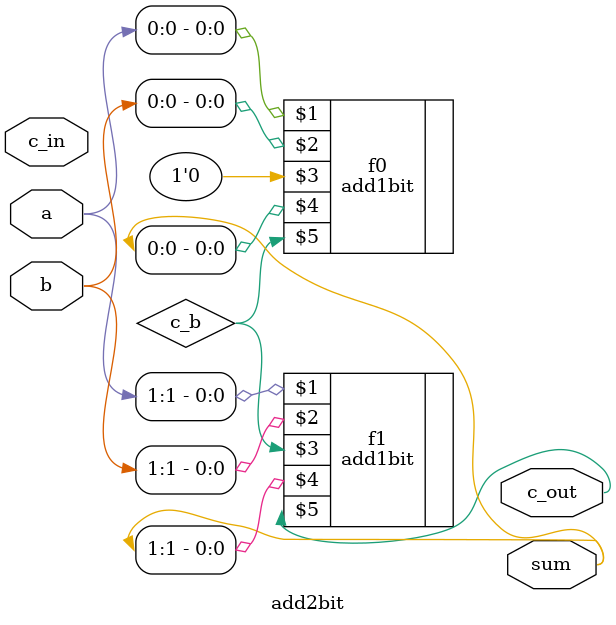
<source format=v>
`include "add1bit.v"

module add2bit (input [1:0] a, b,
                input c_in,
                output [1:0] sum,
                output c_out);

   // use intermediate carry between adders.
   wire c_b;
   add1bit f0(a[0], b[0], 1'b0, sum[0], c_b);
   add1bit f1(a[1], b[1], c_b, sum[1], c_out);
endmodule // add2bit

</source>
